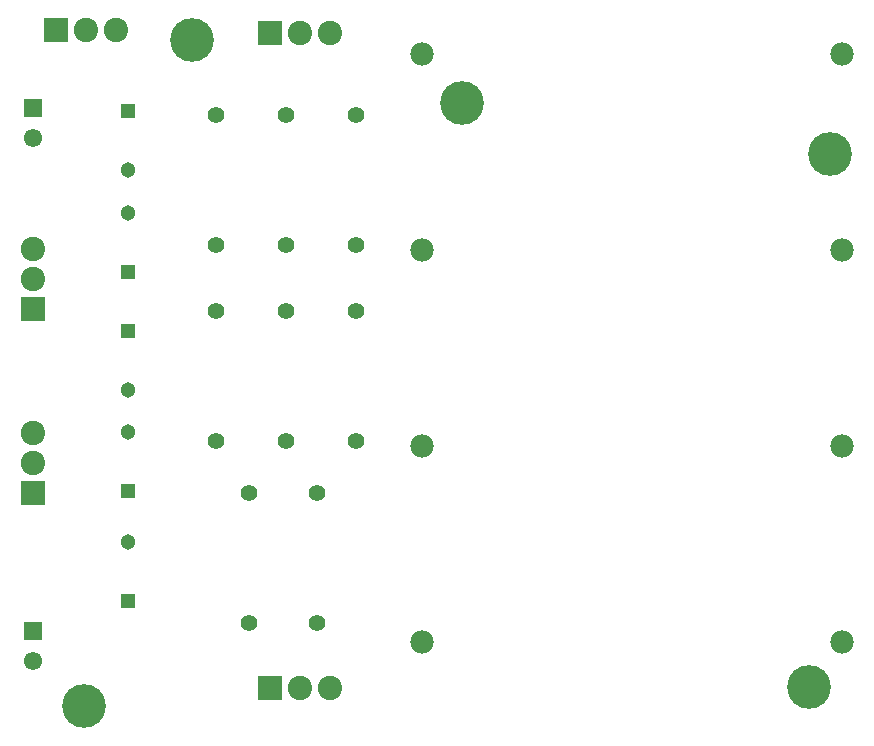
<source format=gts>
G04*
G04 #@! TF.GenerationSoftware,Altium Limited,Altium Designer,23.3.1 (30)*
G04*
G04 Layer_Color=8388736*
%FSLAX25Y25*%
%MOIN*%
G70*
G04*
G04 #@! TF.SameCoordinates,0E418F4D-2CBD-42A3-A537-BC7B457329F7*
G04*
G04*
G04 #@! TF.FilePolarity,Negative*
G04*
G01*
G75*
%ADD15C,0.07800*%
%ADD16C,0.14580*%
%ADD17R,0.08123X0.08123*%
%ADD18C,0.08123*%
%ADD19C,0.05131*%
%ADD20R,0.05131X0.05131*%
%ADD21C,0.05524*%
%ADD22R,0.06102X0.06102*%
%ADD23C,0.06102*%
%ADD24R,0.08123X0.08123*%
D15*
X288000Y162167D02*
D03*
X148000D02*
D03*
X288000Y227500D02*
D03*
X148000D02*
D03*
X148199Y31500D02*
D03*
Y96833D02*
D03*
X288199D02*
D03*
Y31500D02*
D03*
D16*
X161500Y211000D02*
D03*
X71500Y232000D02*
D03*
X35500Y10000D02*
D03*
X277000Y16500D02*
D03*
X284000Y194000D02*
D03*
D17*
X97500Y16000D02*
D03*
X26000Y235500D02*
D03*
X97500Y234500D02*
D03*
D18*
X107500Y16000D02*
D03*
X117500D02*
D03*
Y234500D02*
D03*
X18500Y101000D02*
D03*
X46000Y235500D02*
D03*
X36000D02*
D03*
X107500Y234500D02*
D03*
X18500Y152500D02*
D03*
Y162500D02*
D03*
Y91000D02*
D03*
D19*
X50000Y115579D02*
D03*
Y174461D02*
D03*
Y188657D02*
D03*
Y64843D02*
D03*
Y101382D02*
D03*
D20*
Y135264D02*
D03*
Y154775D02*
D03*
Y81697D02*
D03*
Y208343D02*
D03*
Y45157D02*
D03*
D21*
X102750Y98346D02*
D03*
X79500D02*
D03*
X126000D02*
D03*
Y207153D02*
D03*
X113000Y37846D02*
D03*
X102750Y163846D02*
D03*
X90500Y37846D02*
D03*
X126000Y163846D02*
D03*
X79500Y141654D02*
D03*
X90500Y81154D02*
D03*
X113000D02*
D03*
X126000Y141654D02*
D03*
X102750Y207154D02*
D03*
Y141654D02*
D03*
X79500Y163846D02*
D03*
Y207154D02*
D03*
D22*
X18567Y209421D02*
D03*
Y35000D02*
D03*
D23*
Y199579D02*
D03*
Y25158D02*
D03*
D24*
X18500Y142500D02*
D03*
Y81000D02*
D03*
M02*

</source>
